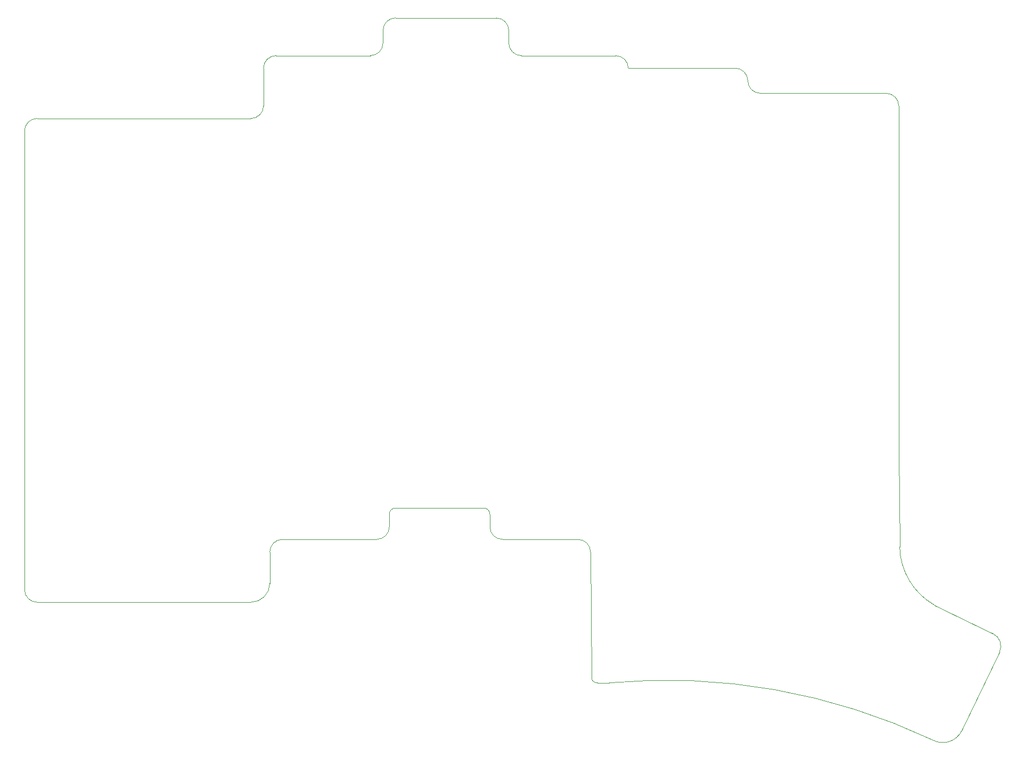
<source format=gm1>
G04 #@! TF.GenerationSoftware,KiCad,Pcbnew,8.0.8*
G04 #@! TF.CreationDate,2025-01-28T12:57:42+10:00*
G04 #@! TF.ProjectId,wetsocks54k,77657473-6f63-46b7-9335-346b2e6b6963,2*
G04 #@! TF.SameCoordinates,Original*
G04 #@! TF.FileFunction,Profile,NP*
%FSLAX46Y46*%
G04 Gerber Fmt 4.6, Leading zero omitted, Abs format (unit mm)*
G04 Created by KiCad (PCBNEW 8.0.8) date 2025-01-28 12:57:42*
%MOMM*%
%LPD*%
G01*
G04 APERTURE LIST*
G04 #@! TA.AperFunction,Profile*
%ADD10C,0.038100*%
G04 #@! TD*
G04 APERTURE END LIST*
D10*
X124458600Y-126365000D02*
X112458600Y-126365000D01*
X126629274Y-148365000D02*
X126458600Y-128365000D01*
X36458600Y-134365000D02*
X36458600Y-61365000D01*
X130458600Y-49365000D02*
G75*
G02*
X132458600Y-51365000I0J-2000000D01*
G01*
X149458600Y-51365000D02*
G75*
G02*
X151458600Y-53365000I0J-2000000D01*
G01*
X94458600Y-122365000D02*
G75*
G02*
X95458600Y-121365000I1000000J0D01*
G01*
X175458600Y-57365000D02*
X175458600Y-112365000D01*
X38458600Y-136365000D02*
G75*
G02*
X36458600Y-134365000I0J2000000D01*
G01*
X190419521Y-141345934D02*
G75*
G02*
X191489191Y-144301320I-960921J-2019066D01*
G01*
X110458600Y-124365000D02*
X110458600Y-122365000D01*
X109458600Y-121365000D02*
G75*
G02*
X110458600Y-122365000I0J-1000000D01*
G01*
X175458600Y-112365000D02*
X175615465Y-127588509D01*
X94458600Y-122365000D02*
X94458600Y-124365000D01*
X127598127Y-149182505D02*
X129442862Y-149194284D01*
X93458600Y-47365000D02*
X93458600Y-45365000D01*
X127598127Y-149182505D02*
G75*
G02*
X126629274Y-148365000I-139527J817505D01*
G01*
X75458600Y-128365000D02*
X75458600Y-133365000D01*
X38458600Y-59365000D02*
X72458600Y-59365000D01*
X92458600Y-126365000D02*
X77458600Y-126365000D01*
X132458600Y-51365000D02*
X149458600Y-51365000D01*
X74458600Y-57365000D02*
G75*
G02*
X72458600Y-59365000I-2000000J0D01*
G01*
X113458600Y-45365000D02*
X113458600Y-47365000D01*
X111458600Y-43365000D02*
G75*
G02*
X113458600Y-45365000I0J-2000000D01*
G01*
X181160172Y-136828097D02*
G75*
G02*
X175615464Y-127588509I5298428J9463097D01*
G01*
X115458600Y-49365000D02*
X130458600Y-49365000D01*
X185489909Y-156789283D02*
X191489191Y-144301320D01*
X95458600Y-43365000D02*
X111458600Y-43365000D01*
X75458600Y-133365000D02*
G75*
G02*
X72458600Y-136365000I-3000000J0D01*
G01*
X74458600Y-51365000D02*
G75*
G02*
X76458600Y-49365000I2000000J0D01*
G01*
X36458600Y-61365000D02*
G75*
G02*
X38458600Y-59365000I2000000J0D01*
G01*
X74458600Y-57365000D02*
X74458600Y-51365000D01*
X115458600Y-49365000D02*
G75*
G02*
X113458600Y-47365000I0J2000000D01*
G01*
X94458600Y-124365000D02*
G75*
G02*
X92458600Y-126365000I-2000000J0D01*
G01*
X153458600Y-55365000D02*
X171458600Y-55365000D01*
X112458600Y-126365000D02*
G75*
G02*
X110458600Y-124365000I0J2000000D01*
G01*
X109458600Y-121365000D02*
X95458600Y-121365000D01*
X190419521Y-141345934D02*
X181160172Y-136828097D01*
X93458600Y-47365000D02*
G75*
G02*
X91458600Y-49365000I-2000000J0D01*
G01*
X129442862Y-149194284D02*
G75*
G02*
X180789260Y-158268575I9076188J-98450456D01*
G01*
X76458600Y-49365000D02*
X91458600Y-49365000D01*
X153458600Y-55365000D02*
G75*
G02*
X151458600Y-53365000I0J2000000D01*
G01*
X75458600Y-128365000D02*
G75*
G02*
X77458600Y-126365000I2000000J0D01*
G01*
X93458600Y-45365000D02*
G75*
G02*
X95458600Y-43365000I2000000J0D01*
G01*
X171458600Y-55365000D02*
X173458600Y-55365000D01*
X124458600Y-126365000D02*
G75*
G02*
X126458600Y-128365000I0J-2000000D01*
G01*
X71458600Y-136365000D02*
X38458600Y-136365000D01*
X173458600Y-55365000D02*
G75*
G02*
X175458600Y-57365000I0J-2000000D01*
G01*
X71458600Y-136365000D02*
X72458600Y-136365000D01*
X185489909Y-156789283D02*
G75*
G02*
X180789262Y-158268571I-3031309J1424283D01*
G01*
M02*

</source>
